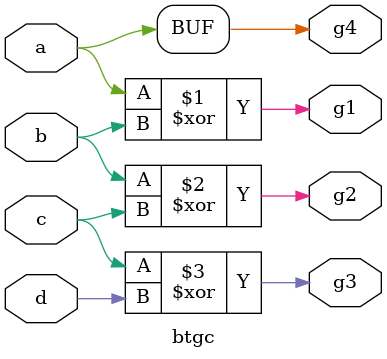
<source format=v>
module btgc(a,b,c,d,g1,g2,g3,g4);

input a;
input b;
input c;
input d;

output g1;
output g2;
output g3;
output g4;

xor x0(g4,a);
xor x1(g1,a,b);
xor x2(g2,b,c);
xor x3(g3,c,d);

endmodule
</source>
